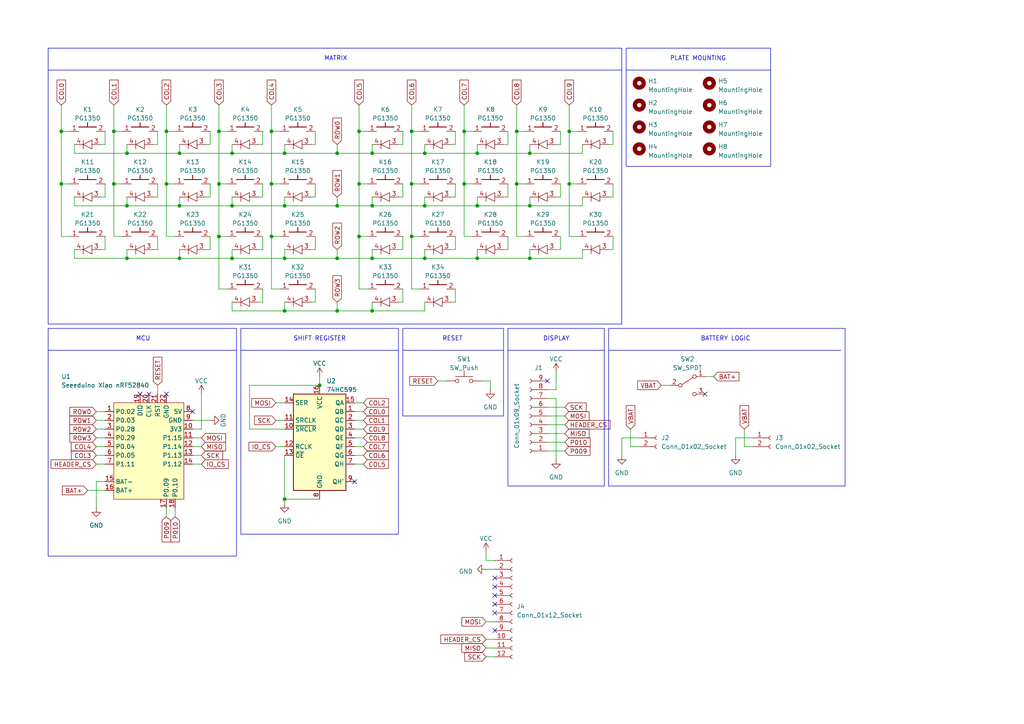
<source format=kicad_sch>
(kicad_sch (version 20230121) (generator eeschema)
  (paper "A4")
  (lib_symbols
    (symbol "74xx:74HC595"
      (property "Reference" "U" (at -7.62 13.97 0))
      (property "Value" "74HC595" (at -7.62 -16.51 0))
      (symbol "74HC595_1_0"
        (pin tri_state line (at 10.16 7.62 180) (length 2.54) (name "QB") (number "1"))
        (pin input line (at -10.16 2.54 0) (length 2.54) (name "~{SRCLR}") (number "10"))
        (pin input line (at -10.16 5.08 0) (length 2.54) (name "SRCLK") (number "11"))
        (pin input line (at -10.16 -2.54 0) (length 2.54) (name "RCLK") (number "12"))
        (pin input line (at -10.16 -5.08 0) (length 2.54) (name "~{OE}") (number "13"))
        (pin input line (at -10.16 10.16 0) (length 2.54) (name "SER") (number "14"))
        (pin tri_state line (at 10.16 10.16 180) (length 2.54) (name "QA") (number "15"))
        (pin power_in line (at 0 15.24 270) (length 2.54) (name "VCC") (number "16"))
        (pin tri_state line (at 10.16 5.08 180) (length 2.54) (name "QC") (number "2"))
        (pin tri_state line (at 10.16 2.54 180) (length 2.54) (name "QD") (number "3"))
        (pin tri_state line (at 10.16 0 180) (length 2.54) (name "QE") (number "4"))
        (pin tri_state line (at 10.16 -2.54 180) (length 2.54) (name "QF") (number "5"))
        (pin tri_state line (at 10.16 -5.08 180) (length 2.54) (name "QG") (number "6"))
        (pin tri_state line (at 10.16 -7.62 180) (length 2.54) (name "QH") (number "7"))
        (pin power_in line (at 0 -17.78 90) (length 2.54) (name "GND") (number "8"))
        (pin output line (at 10.16 -12.7 180) (length 2.54) (name "QH'") (number "9"))
      )
      (symbol "74HC595_1_1"
        (rectangle (start -7.62 12.7) (end 7.62 -15.24) (stroke (width 0.254)) (fill (type background)))
      )
    )
    (symbol "Connector:Conn_01x02_Socket" (pin_names (offset 1.016) hide)
      (property "Reference" "J" (at 0 2.54 0))
      (property "Value" "Conn_01x02_Socket" (at 0 -5.08 0))
      (symbol "Conn_01x02_Socket_1_1"
        (arc (start 0 -2.032) (mid -0.5058 -2.54) (end 0 -3.048) (stroke (width 0.1524)))
        (polyline (pts (xy -1.27 -2.54) (xy -0.508 -2.54)) (stroke (width 0.1524)))
        (polyline (pts (xy -1.27 0) (xy -0.508 0)) (stroke (width 0.1524)))
        (arc (start 0 0.508) (mid -0.5058 0) (end 0 -0.508) (stroke (width 0.1524)))
        (pin passive line (at -5.08 0 0) (length 3.81) (name "Pin_1") (number "1"))
        (pin passive line (at -5.08 -2.54 0) (length 3.81) (name "Pin_2") (number "2"))
      )
    )
    (symbol "Connector:Conn_01x09_Socket" (pin_names (offset 1.016) hide)
      (property "Reference" "J" (at 0 12.7 0))
      (property "Value" "Conn_01x09_Socket" (at 0 -12.7 0))
      (symbol "Conn_01x09_Socket_1_1"
        (arc (start 0 -9.652) (mid -0.5058 -10.16) (end 0 -10.668) (stroke (width 0.1524)))
        (arc (start 0 -7.112) (mid -0.5058 -7.62) (end 0 -8.128) (stroke (width 0.1524)))
        (arc (start 0 -4.572) (mid -0.5058 -5.08) (end 0 -5.588) (stroke (width 0.1524)))
        (arc (start 0 -2.032) (mid -0.5058 -2.54) (end 0 -3.048) (stroke (width 0.1524)))
        (polyline (pts (xy -1.27 -10.16) (xy -0.508 -10.16)) (stroke (width 0.1524)))
        (polyline (pts (xy -1.27 -7.62) (xy -0.508 -7.62)) (stroke (width 0.1524)))
        (polyline (pts (xy -1.27 -5.08) (xy -0.508 -5.08)) (stroke (width 0.1524)))
        (polyline (pts (xy -1.27 -2.54) (xy -0.508 -2.54)) (stroke (width 0.1524)))
        (polyline (pts (xy -1.27 0) (xy -0.508 0)) (stroke (width 0.1524)))
        (polyline (pts (xy -1.27 2.54) (xy -0.508 2.54)) (stroke (width 0.1524)))
        (polyline (pts (xy -1.27 5.08) (xy -0.508 5.08)) (stroke (width 0.1524)))
        (polyline (pts (xy -1.27 7.62) (xy -0.508 7.62)) (stroke (width 0.1524)))
        (polyline (pts (xy -1.27 10.16) (xy -0.508 10.16)) (stroke (width 0.1524)))
        (arc (start 0 0.508) (mid -0.5058 0) (end 0 -0.508) (stroke (width 0.1524)))
        (arc (start 0 3.048) (mid -0.5058 2.54) (end 0 2.032) (stroke (width 0.1524)))
        (arc (start 0 5.588) (mid -0.5058 5.08) (end 0 4.572) (stroke (width 0.1524)))
        (arc (start 0 8.128) (mid -0.5058 7.62) (end 0 7.112) (stroke (width 0.1524)))
        (arc (start 0 10.668) (mid -0.5058 10.16) (end 0 9.652) (stroke (width 0.1524)))
        (pin passive line (at -5.08 10.16 0) (length 3.81) (name "Pin_1") (number "1"))
        (pin passive line (at -5.08 7.62 0) (length 3.81) (name "Pin_2") (number "2"))
        (pin passive line (at -5.08 5.08 0) (length 3.81) (name "Pin_3") (number "3"))
        (pin passive line (at -5.08 2.54 0) (length 3.81) (name "Pin_4") (number "4"))
        (pin passive line (at -5.08 0 0) (length 3.81) (name "Pin_5") (number "5"))
        (pin passive line (at -5.08 -2.54 0) (length 3.81) (name "Pin_6") (number "6"))
        (pin passive line (at -5.08 -5.08 0) (length 3.81) (name "Pin_7") (number "7"))
        (pin passive line (at -5.08 -7.62 0) (length 3.81) (name "Pin_8") (number "8"))
        (pin passive line (at -5.08 -10.16 0) (length 3.81) (name "Pin_9") (number "9"))
      )
    )
    (symbol "Connector:Conn_01x12_Socket" (pin_names (offset 1.016) hide)
      (property "Reference" "J" (at 0 15.24 0))
      (property "Value" "Conn_01x12_Socket" (at 0 -17.78 0))
      (symbol "Conn_01x12_Socket_1_1"
        (arc (start 0 -14.732) (mid -0.5058 -15.24) (end 0 -15.748) (stroke (width 0.1524)))
        (arc (start 0 -12.192) (mid -0.5058 -12.7) (end 0 -13.208) (stroke (width 0.1524)))
        (arc (start 0 -9.652) (mid -0.5058 -10.16) (end 0 -10.668) (stroke (width 0.1524)))
        (arc (start 0 -7.112) (mid -0.5058 -7.62) (end 0 -8.128) (stroke (width 0.1524)))
        (arc (start 0 -4.572) (mid -0.5058 -5.08) (end 0 -5.588) (stroke (width 0.1524)))
        (arc (start 0 -2.032) (mid -0.5058 -2.54) (end 0 -3.048) (stroke (width 0.1524)))
        (polyline (pts (xy -1.27 -15.24) (xy -0.508 -15.24)) (stroke (width 0.1524)))
        (polyline (pts (xy -1.27 -12.7) (xy -0.508 -12.7)) (stroke (width 0.1524)))
        (polyline (pts (xy -1.27 -10.16) (xy -0.508 -10.16)) (stroke (width 0.1524)))
        (polyline (pts (xy -1.27 -7.62) (xy -0.508 -7.62)) (stroke (width 0.1524)))
        (polyline (pts (xy -1.27 -5.08) (xy -0.508 -5.08)) (stroke (width 0.1524)))
        (polyline (pts (xy -1.27 -2.54) (xy -0.508 -2.54)) (stroke (width 0.1524)))
        (polyline (pts (xy -1.27 0) (xy -0.508 0)) (stroke (width 0.1524)))
        (polyline (pts (xy -1.27 2.54) (xy -0.508 2.54)) (stroke (width 0.1524)))
        (polyline (pts (xy -1.27 5.08) (xy -0.508 5.08)) (stroke (width 0.1524)))
        (polyline (pts (xy -1.27 7.62) (xy -0.508 7.62)) (stroke (width 0.1524)))
        (polyline (pts (xy -1.27 10.16) (xy -0.508 10.16)) (stroke (width 0.1524)))
        (polyline (pts (xy -1.27 12.7) (xy -0.508 12.7)) (stroke (width 0.1524)))
        (arc (start 0 0.508) (mid -0.5058 0) (end 0 -0.508) (stroke (width 0.1524)))
        (arc (start 0 3.048) (mid -0.5058 2.54) (end 0 2.032) (stroke (width 0.1524)))
        (arc (start 0 5.588) (mid -0.5058 5.08) (end 0 4.572) (stroke (width 0.1524)))
        (arc (start 0 8.128) (mid -0.5058 7.62) (end 0 7.112) (stroke (width 0.1524)))
        (arc (start 0 10.668) (mid -0.5058 10.16) (end 0 9.652) (stroke (width 0.1524)))
        (arc (start 0 13.208) (mid -0.5058 12.7) (end 0 12.192) (stroke (width 0.1524)))
        (pin passive line (at -5.08 12.7 0) (length 3.81) (name "Pin_1") (number "1"))
        (pin passive line (at -5.08 -10.16 0) (length 3.81) (name "Pin_10") (number "10"))
        (pin passive line (at -5.08 -12.7 0) (length 3.81) (name "Pin_11") (number "11"))
        (pin passive line (at -5.08 -15.24 0) (length 3.81) (name "Pin_12") (number "12"))
        (pin passive line (at -5.08 10.16 0) (length 3.81) (name "Pin_2") (number "2"))
        (pin passive line (at -5.08 7.62 0) (length 3.81) (name "Pin_3") (number "3"))
        (pin passive line (at -5.08 5.08 0) (length 3.81) (name "Pin_4") (number "4"))
        (pin passive line (at -5.08 2.54 0) (length 3.81) (name "Pin_5") (number "5"))
        (pin passive line (at -5.08 0 0) (length 3.81) (name "Pin_6") (number "6"))
        (pin passive line (at -5.08 -2.54 0) (length 3.81) (name "Pin_7") (number "7"))
        (pin passive line (at -5.08 -5.08 0) (length 3.81) (name "Pin_8") (number "8"))
        (pin passive line (at -5.08 -7.62 0) (length 3.81) (name "Pin_9") (number "9"))
      )
    )
    (symbol "Mechanical:MountingHole" (pin_names (offset 1.016))
      (property "Reference" "H" (at 0 5.08 0))
      (property "Value" "MountingHole" (at 0 3.175 0))
      (symbol "MountingHole_0_1"
        (circle (center 0 0) (radius 1.27) (stroke (width 1.27)))
      )
    )
    (symbol "Switch:SW_Push" (pin_numbers hide) (pin_names (offset 1.016) hide)
      (property "Reference" "SW" (at 1.27 2.54 0))
      (property "Value" "SW_Push" (at 0 -1.524 0))
      (symbol "SW_Push_0_1"
        (circle (center -2.032 0) (radius 0.508))
        (polyline (pts (xy 0 1.27) (xy 0 3.048)))
        (polyline (pts (xy 2.54 1.27) (xy -2.54 1.27)))
        (circle (center 2.032 0) (radius 0.508))
        (pin passive line (at -5.08 0 0) (length 2.54) (name "1") (number "1"))
        (pin passive line (at 5.08 0 180) (length 2.54) (name "2") (number "2"))
      )
    )
    (symbol "Switch:SW_SPDT" (pin_names (offset 0) hide)
      (property "Reference" "SW" (at 0 4.318 0))
      (property "Value" "SW_SPDT" (at 0 -5.08 0))
      (symbol "SW_SPDT_0_0"
        (circle (center -2.032 0) (radius 0.508))
        (circle (center 2.032 -2.54) (radius 0.508))
      )
      (symbol "SW_SPDT_0_1"
        (polyline (pts (xy -1.524 0.254) (xy 1.651 2.286)))
        (circle (center 2.032 2.54) (radius 0.508))
      )
      (symbol "SW_SPDT_1_1"
        (pin passive line (at 5.08 2.54 180) (length 2.54) (name "A") (number "1"))
        (pin passive line (at -5.08 0 0) (length 2.54) (name "B") (number "2"))
        (pin passive line (at 5.08 -2.54 180) (length 2.54) (name "C") (number "3"))
      )
    )
    (symbol "koepckeae:PG1350" (pin_names (offset 1.016))
      (property "Reference" "K24" (at 0 1.7018 0))
      (property "Value" "PG1350" (at 0 -0.6096 0))
      (symbol "PG1350_0_1"
        (polyline (pts (xy -2.54 -3.81) (xy 2.54 -3.81)) (stroke (width 0.254)))
        (polyline (pts (xy -1.27 -7.62) (xy -1.27 -10.16)))
        (polyline (pts (xy 0 -2.54) (xy 0 -3.81)) (stroke (width 0.254)))
        (polyline (pts (xy 1.27 -7.62) (xy 1.27 -10.16) (xy -1.27 -8.89) (xy 1.27 -7.62)))
      )
      (symbol "PG1350_1_1"
        (pin bidirectional line (at -5.08 -5.08 0) (length 2.54) (name "~") (number "1"))
        (pin bidirectional line (at 5.08 -5.08 180) (length 2.54) (name "~") (number "2"))
        (pin output line (at 3.81 -8.89 180) (length 2.54) (name "~") (number "3"))
        (pin input line (at -3.81 -8.89 0) (length 2.54) (name "~") (number "4"))
      )
    )
    (symbol "koepckeae:Seeeduino_Xiao_nRF52840" (in_bom no)
      (property "Reference" "U" (at -10.16 -12.7 0))
      (property "Value" "Seeeduino Xiao nRF52840" (at -10.16 -15.24 0))
      (symbol "Seeeduino_Xiao_nRF52840_1_0"
        (pin bidirectional line (at -12.7 13.97 0) (length 2.54) (name "P0.02") (number "1"))
        (pin power_out line (at 12.7 8.89 180) (length 2.54) (name "3V3") (number "10"))
        (pin bidirectional line (at 12.7 6.35 180) (length 2.54) (name "P1.15") (number "11"))
        (pin bidirectional line (at 12.7 3.81 180) (length 2.54) (name "P1.14") (number "12"))
        (pin bidirectional line (at 12.7 1.27 180) (length 2.54) (name "P1.13") (number "13"))
        (pin bidirectional line (at 12.7 -1.27 180) (length 2.54) (name "P1.12") (number "14"))
        (pin power_in line (at -12.7 -6.35 0) (length 2.54) (name "BAT-") (number "15"))
        (pin power_in line (at -12.7 -8.89 0) (length 2.54) (name "BAT+") (number "16"))
        (pin bidirectional line (at 5.08 -13.97 90) (length 2.54) (name "P0.09") (number "17"))
        (pin bidirectional line (at 7.62 -13.97 90) (length 2.54) (name "P0.10") (number "18"))
        (pin bidirectional line (at -2.54 19.05 270) (length 2.54) (name "DIO") (number "19"))
        (pin bidirectional line (at -12.7 11.43 0) (length 2.54) (name "P0.03") (number "2"))
        (pin bidirectional line (at 0 19.05 270) (length 2.54) (name "CLK") (number "20"))
        (pin bidirectional line (at 2.54 19.05 270) (length 2.54) (name "RST") (number "21"))
        (pin power_out line (at 5.08 19.05 270) (length 2.54) (name "GND") (number "22"))
        (pin bidirectional line (at -12.7 8.89 0) (length 2.54) (name "P0.28") (number "3"))
        (pin bidirectional line (at -12.7 6.35 0) (length 2.54) (name "P0.29") (number "4"))
        (pin bidirectional line (at -12.7 3.81 0) (length 2.54) (name "P0.04") (number "5"))
        (pin bidirectional line (at -12.7 1.27 0) (length 2.54) (name "P0.05") (number "6"))
        (pin bidirectional line (at -12.7 -1.27 0) (length 2.54) (name "P1.11") (number "7"))
        (pin power_out line (at 12.7 13.97 180) (length 2.54) (name "5V") (number "8"))
        (pin power_out line (at 12.7 11.43 180) (length 2.54) (name "GND") (number "9"))
      )
      (symbol "Seeeduino_Xiao_nRF52840_1_1"
        (rectangle (start -10.16 16.51) (end 10.16 -11.43) (fill (type background)))
      )
    )
    (symbol "power:GND" (power) (pin_names (offset 0))
      (property "Value" "GND" (at 0 -3.81 0))
      (symbol "GND_0_1"
        (polyline (pts (xy 0 0) (xy 0 -1.27) (xy 1.27 -1.27) (xy 0 -2.54) (xy -1.27 -1.27) (xy 0 -1.27)))
      )
      (symbol "GND_1_1"
        (pin power_in line (at 0 0 270) (length 0) hide (name "GND") (number "1"))
      )
    )
    (symbol "power:VCC" (power) (pin_names (offset 0))
      (property "Value" "VCC" (at 0 3.81 0))
      (symbol "VCC_0_1"
        (polyline (pts (xy -0.762 1.27) (xy 0 2.54)))
        (polyline (pts (xy 0 0) (xy 0 2.54)))
        (polyline (pts (xy 0 2.54) (xy 0.762 1.27)))
      )
      (symbol "VCC_1_1"
        (pin power_in line (at 0 0 90) (length 0) hide (name "VCC") (number "1"))
      )
    )
  )
  (junction (at 104.14 38.1))
  (junction (at 33.02 38.1))
  (junction (at 67.31 74.93))
  (junction (at 107.95 59.69))
  (junction (at 52.07 44.45))
  (junction (at 78.74 53.34))
  (junction (at 82.55 144.78))
  (junction (at 119.38 68.58))
  (junction (at 78.74 68.58))
  (junction (at 52.07 59.69))
  (junction (at 104.14 68.58))
  (junction (at 119.38 53.34))
  (junction (at 123.19 59.69))
  (junction (at 165.1 38.1))
  (junction (at 52.07 74.93))
  (junction (at 153.67 44.45))
  (junction (at 67.31 44.45))
  (junction (at 67.31 59.69))
  (junction (at 33.02 53.34))
  (junction (at 153.67 74.93))
  (junction (at 82.55 59.69))
  (junction (at 36.83 44.45))
  (junction (at 36.83 74.93))
  (junction (at 123.19 44.45))
  (junction (at 97.79 59.69))
  (junction (at 78.74 38.1))
  (junction (at 97.79 44.45))
  (junction (at 107.95 74.93))
  (junction (at 165.1 53.34))
  (junction (at 149.86 38.1))
  (junction (at 63.5 38.1))
  (junction (at 82.55 90.17))
  (junction (at 123.19 74.93))
  (junction (at 97.79 74.93))
  (junction (at 92.71 111.76))
  (junction (at 104.14 53.34))
  (junction (at 119.38 38.1))
  (junction (at 82.55 44.45))
  (junction (at 107.95 90.17))
  (junction (at 48.26 38.1))
  (junction (at 138.43 59.69))
  (junction (at 107.95 44.45))
  (junction (at 63.5 53.34))
  (junction (at 134.62 53.34))
  (junction (at 63.5 68.58))
  (junction (at 134.62 38.1))
  (junction (at 17.78 38.1))
  (junction (at 48.26 53.34))
  (junction (at 149.86 53.34))
  (junction (at 17.78 53.34))
  (junction (at 82.55 74.93))
  (junction (at 138.43 74.93))
  (junction (at 153.67 59.69))
  (junction (at 36.83 59.69))
  (junction (at 97.79 90.17))
  (junction (at 138.43 44.45))
  (no_connect (at 55.88 119.38))
  (no_connect (at 43.18 114.3))
  (no_connect (at 143.51 177.8))
  (no_connect (at 102.87 139.7))
  (no_connect (at 143.51 182.88))
  (no_connect (at 158.75 110.49))
  (no_connect (at 204.47 114.3))
  (no_connect (at 40.64 114.3))
  (no_connect (at 143.51 167.64))
  (no_connect (at 48.26 114.3))
  (no_connect (at 143.51 175.26))
  (no_connect (at 143.51 172.72))
  (no_connect (at 143.51 170.18))
  (wire (pts (xy 147.32 38.1) (xy 147.32 41.91)))
  (wire (pts (xy 82.55 57.15) (xy 82.55 59.69)))
  (wire (pts (xy 91.44 41.91) (xy 90.17 41.91)))
  (wire (pts (xy 165.1 38.1) (xy 167.64 38.1)))
  (wire (pts (xy 105.41 129.54) (xy 102.87 129.54)))
  (wire (pts (xy 140.97 190.5) (xy 143.51 190.5)))
  (wire (pts (xy 107.95 87.63) (xy 107.95 90.17)))
  (wire (pts (xy 21.59 59.69) (xy 36.83 59.69)))
  (wire (pts (xy 17.78 38.1) (xy 20.32 38.1)))
  (wire (pts (xy 35.56 38.1) (xy 33.02 38.1)))
  (wire (pts (xy 147.32 41.91) (xy 146.05 41.91)))
  (wire (pts (xy 82.55 90.17) (xy 82.55 87.63)))
  (wire (pts (xy 80.01 129.54) (xy 82.55 129.54)))
  (wire (pts (xy 180.34 127) (xy 180.34 132.08)))
  (wire (pts (xy 67.31 44.45) (xy 82.55 44.45)))
  (wire (pts (xy 147.32 68.58) (xy 147.32 72.39)))
  (wire (pts (xy 132.08 83.82) (xy 132.08 87.63)))
  (wire (pts (xy 104.14 53.34) (xy 104.14 68.58)))
  (wire (pts (xy 30.48 72.39) (xy 29.21 72.39)))
  (wire (pts (xy 78.74 38.1) (xy 78.74 53.34)))
  (wire (pts (xy 63.5 83.82) (xy 66.04 83.82)))
  (wire (pts (xy 21.59 57.15) (xy 21.59 59.69)))
  (wire (pts (xy 45.72 41.91) (xy 44.45 41.91)))
  (wire (pts (xy 17.78 68.58) (xy 20.32 68.58)))
  (wire (pts (xy 17.78 30.48) (xy 17.78 38.1)))
  (wire (pts (xy 63.5 68.58) (xy 66.04 68.58)))
  (wire (pts (xy 158.75 115.57) (xy 161.29 115.57)))
  (wire (pts (xy 140.97 187.96) (xy 143.51 187.96)))
  (wire (pts (xy 82.55 72.39) (xy 82.55 74.93)))
  (wire (pts (xy 132.08 41.91) (xy 130.81 41.91)))
  (wire (pts (xy 76.2 57.15) (xy 74.93 57.15)))
  (wire (pts (xy 60.96 38.1) (xy 60.96 41.91)))
  (wire (pts (xy 123.19 74.93) (xy 138.43 74.93)))
  (wire (pts (xy 27.94 134.62) (xy 30.48 134.62)))
  (wire (pts (xy 78.74 68.58) (xy 81.28 68.58)))
  (wire (pts (xy 67.31 72.39) (xy 67.31 74.93)))
  (wire (pts (xy 153.67 59.69) (xy 168.91 59.69)))
  (wire (pts (xy 82.55 41.91) (xy 82.55 44.45)))
  (wire (pts (xy 63.5 38.1) (xy 66.04 38.1)))
  (wire (pts (xy 82.55 59.69) (xy 97.79 59.69)))
  (wire (pts (xy 165.1 38.1) (xy 165.1 53.34)))
  (wire (pts (xy 58.42 134.62) (xy 55.88 134.62)))
  (wire (pts (xy 30.48 41.91) (xy 29.21 41.91)))
  (wire (pts (xy 78.74 68.58) (xy 78.74 83.82)))
  (wire (pts (xy 158.75 120.65) (xy 163.83 120.65)))
  (wire (pts (xy 33.02 30.48) (xy 33.02 38.1)))
  (wire (pts (xy 58.42 114.3) (xy 58.42 124.46)))
  (wire (pts (xy 30.48 139.7) (xy 27.94 139.7)))
  (wire (pts (xy 27.94 121.92) (xy 30.48 121.92)))
  (wire (pts (xy 72.39 111.76) (xy 92.71 111.76)))
  (wire (pts (xy 91.44 53.34) (xy 91.44 57.15)))
  (wire (pts (xy 45.72 68.58) (xy 45.72 72.39)))
  (wire (pts (xy 149.86 38.1) (xy 152.4 38.1)))
  (wire (pts (xy 158.75 125.73) (xy 163.83 125.73)))
  (wire (pts (xy 177.8 72.39) (xy 176.53 72.39)))
  (wire (pts (xy 52.07 57.15) (xy 52.07 59.69)))
  (wire (pts (xy 140.97 160.02) (xy 140.97 162.56)))
  (wire (pts (xy 48.26 68.58) (xy 50.8 68.58)))
  (wire (pts (xy 67.31 87.63) (xy 67.31 90.17)))
  (wire (pts (xy 27.94 139.7) (xy 27.94 147.32)))
  (wire (pts (xy 104.14 68.58) (xy 104.14 83.82)))
  (wire (pts (xy 78.74 53.34) (xy 78.74 68.58)))
  (wire (pts (xy 82.55 74.93) (xy 97.79 74.93)))
  (wire (pts (xy 45.72 111.76) (xy 45.72 114.3)))
  (wire (pts (xy 147.32 53.34) (xy 147.32 57.15)))
  (wire (pts (xy 67.31 57.15) (xy 67.31 59.69)))
  (wire (pts (xy 165.1 68.58) (xy 167.64 68.58)))
  (wire (pts (xy 138.43 74.93) (xy 153.67 74.93)))
  (wire (pts (xy 52.07 59.69) (xy 67.31 59.69)))
  (wire (pts (xy 134.62 53.34) (xy 137.16 53.34)))
  (wire (pts (xy 105.41 127) (xy 102.87 127)))
  (wire (pts (xy 149.86 30.48) (xy 149.86 38.1)))
  (wire (pts (xy 158.75 113.03) (xy 161.29 113.03)))
  (wire (pts (xy 161.29 107.95) (xy 161.29 113.03)))
  (wire (pts (xy 27.94 132.08) (xy 30.48 132.08)))
  (wire (pts (xy 91.44 87.63) (xy 90.17 87.63)))
  (wire (pts (xy 82.55 146.05) (xy 82.55 144.78)))
  (wire (pts (xy 153.67 72.39) (xy 153.67 74.93)))
  (wire (pts (xy 116.84 83.82) (xy 116.84 87.63)))
  (wire (pts (xy 52.07 72.39) (xy 52.07 74.93)))
  (wire (pts (xy 104.14 53.34) (xy 106.68 53.34)))
  (wire (pts (xy 25.4 142.24) (xy 30.48 142.24)))
  (wire (pts (xy 149.86 38.1) (xy 149.86 53.34)))
  (wire (pts (xy 45.72 38.1) (xy 45.72 41.91)))
  (wire (pts (xy 67.31 74.93) (xy 82.55 74.93)))
  (wire (pts (xy 97.79 72.39) (xy 97.79 74.93)))
  (wire (pts (xy 45.72 53.34) (xy 45.72 57.15)))
  (wire (pts (xy 52.07 41.91) (xy 52.07 44.45)))
  (wire (pts (xy 185.42 129.54) (xy 182.88 129.54)))
  (wire (pts (xy 213.36 127) (xy 213.36 132.08)))
  (wire (pts (xy 191.77 111.76) (xy 194.31 111.76)))
  (wire (pts (xy 153.67 74.93) (xy 168.91 74.93)))
  (wire (pts (xy 30.48 57.15) (xy 29.21 57.15)))
  (wire (pts (xy 153.67 44.45) (xy 168.91 44.45)))
  (wire (pts (xy 76.2 87.63) (xy 74.93 87.63)))
  (wire (pts (xy 21.59 44.45) (xy 36.83 44.45)))
  (wire (pts (xy 82.55 44.45) (xy 97.79 44.45)))
  (wire (pts (xy 158.75 118.11) (xy 163.83 118.11)))
  (wire (pts (xy 27.94 119.38) (xy 30.48 119.38)))
  (wire (pts (xy 78.74 38.1) (xy 81.28 38.1)))
  (wire (pts (xy 104.14 30.48) (xy 104.14 38.1)))
  (wire (pts (xy 91.44 38.1) (xy 91.44 41.91)))
  (wire (pts (xy 177.8 53.34) (xy 177.8 57.15)))
  (wire (pts (xy 104.14 38.1) (xy 106.68 38.1)))
  (wire (pts (xy 63.5 53.34) (xy 63.5 68.58)))
  (wire (pts (xy 21.59 74.93) (xy 36.83 74.93)))
  (wire (pts (xy 204.47 109.22) (xy 207.01 109.22)))
  (wire (pts (xy 105.41 121.92) (xy 102.87 121.92)))
  (wire (pts (xy 105.41 134.62) (xy 102.87 134.62)))
  (wire (pts (xy 218.44 129.54) (xy 215.9 129.54)))
  (wire (pts (xy 116.84 57.15) (xy 115.57 57.15)))
  (wire (pts (xy 55.88 129.54) (xy 58.42 129.54)))
  (wire (pts (xy 168.91 57.15) (xy 168.91 59.69)))
  (wire (pts (xy 119.38 53.34) (xy 119.38 68.58)))
  (wire (pts (xy 132.08 87.63) (xy 130.81 87.63)))
  (wire (pts (xy 48.26 53.34) (xy 50.8 53.34)))
  (wire (pts (xy 107.95 90.17) (xy 123.19 90.17)))
  (wire (pts (xy 48.26 38.1) (xy 50.8 38.1)))
  (wire (pts (xy 81.28 83.82) (xy 78.74 83.82)))
  (wire (pts (xy 82.55 124.46) (xy 72.39 124.46)))
  (wire (pts (xy 107.95 72.39) (xy 107.95 74.93)))
  (wire (pts (xy 63.5 30.48) (xy 63.5 38.1)))
  (wire (pts (xy 116.84 41.91) (xy 115.57 41.91)))
  (wire (pts (xy 50.8 149.86) (xy 50.8 147.32)))
  (wire (pts (xy 36.83 59.69) (xy 52.07 59.69)))
  (wire (pts (xy 142.24 110.49) (xy 142.24 113.03)))
  (wire (pts (xy 78.74 53.34) (xy 81.28 53.34)))
  (wire (pts (xy 158.75 128.27) (xy 163.83 128.27)))
  (wire (pts (xy 97.79 57.15) (xy 97.79 59.69)))
  (wire (pts (xy 107.95 74.93) (xy 123.19 74.93)))
  (wire (pts (xy 185.42 127) (xy 180.34 127)))
  (wire (pts (xy 134.62 53.34) (xy 134.62 68.58)))
  (wire (pts (xy 76.2 83.82) (xy 76.2 87.63)))
  (wire (pts (xy 60.96 57.15) (xy 59.69 57.15)))
  (wire (pts (xy 67.31 59.69) (xy 82.55 59.69)))
  (wire (pts (xy 107.95 74.93) (xy 97.79 74.93)))
  (wire (pts (xy 63.5 53.34) (xy 66.04 53.34)))
  (wire (pts (xy 123.19 44.45) (xy 138.43 44.45)))
  (wire (pts (xy 35.56 68.58) (xy 33.02 68.58)))
  (wire (pts (xy 36.83 74.93) (xy 36.83 72.39)))
  (wire (pts (xy 60.96 72.39) (xy 59.69 72.39)))
  (wire (pts (xy 80.01 121.92) (xy 82.55 121.92)))
  (wire (pts (xy 48.26 30.48) (xy 48.26 38.1)))
  (wire (pts (xy 119.38 30.48) (xy 119.38 38.1)))
  (wire (pts (xy 134.62 38.1) (xy 137.16 38.1)))
  (wire (pts (xy 107.95 41.91) (xy 107.95 44.45)))
  (wire (pts (xy 177.8 68.58) (xy 177.8 72.39)))
  (wire (pts (xy 132.08 72.39) (xy 130.81 72.39)))
  (wire (pts (xy 21.59 41.91) (xy 21.59 44.45)))
  (wire (pts (xy 30.48 53.34) (xy 30.48 57.15)))
  (wire (pts (xy 105.41 132.08) (xy 102.87 132.08)))
  (wire (pts (xy 218.44 127) (xy 213.36 127)))
  (wire (pts (xy 116.84 68.58) (xy 116.84 72.39)))
  (wire (pts (xy 134.62 38.1) (xy 134.62 53.34)))
  (wire (pts (xy 138.43 72.39) (xy 138.43 74.93)))
  (wire (pts (xy 119.38 53.34) (xy 121.92 53.34)))
  (wire (pts (xy 55.88 121.92) (xy 60.96 121.92)))
  (wire (pts (xy 168.91 41.91) (xy 168.91 44.45)))
  (wire (pts (xy 127 110.49) (xy 129.54 110.49)))
  (wire (pts (xy 123.19 87.63) (xy 123.19 90.17)))
  (wire (pts (xy 177.8 57.15) (xy 176.53 57.15)))
  (wire (pts (xy 82.55 144.78) (xy 92.71 144.78)))
  (wire (pts (xy 119.38 68.58) (xy 119.38 83.82)))
  (wire (pts (xy 82.55 132.08) (xy 82.55 144.78)))
  (wire (pts (xy 123.19 41.91) (xy 123.19 44.45)))
  (wire (pts (xy 138.43 44.45) (xy 153.67 44.45)))
  (wire (pts (xy 158.75 123.19) (xy 163.83 123.19)))
  (wire (pts (xy 36.83 74.93) (xy 52.07 74.93)))
  (wire (pts (xy 35.56 53.34) (xy 33.02 53.34)))
  (wire (pts (xy 104.14 83.82) (xy 106.68 83.82)))
  (wire (pts (xy 143.51 162.56) (xy 140.97 162.56)))
  (wire (pts (xy 91.44 68.58) (xy 91.44 72.39)))
  (wire (pts (xy 149.86 68.58) (xy 152.4 68.58)))
  (wire (pts (xy 91.44 72.39) (xy 90.17 72.39)))
  (wire (pts (xy 162.56 72.39) (xy 161.29 72.39)))
  (wire (pts (xy 27.94 129.54) (xy 30.48 129.54)))
  (wire (pts (xy 182.88 124.46) (xy 182.88 129.54)))
  (wire (pts (xy 55.88 124.46) (xy 58.42 124.46)))
  (wire (pts (xy 107.95 59.69) (xy 123.19 59.69)))
  (wire (pts (xy 162.56 68.58) (xy 162.56 72.39)))
  (wire (pts (xy 177.8 41.91) (xy 176.53 41.91)))
  (wire (pts (xy 105.41 116.84) (xy 102.87 116.84)))
  (wire (pts (xy 134.62 30.48) (xy 134.62 38.1)))
  (wire (pts (xy 91.44 57.15) (xy 90.17 57.15)))
  (wire (pts (xy 60.96 68.58) (xy 60.96 72.39)))
  (wire (pts (xy 140.97 185.42) (xy 143.51 185.42)))
  (wire (pts (xy 97.79 90.17) (xy 107.95 90.17)))
  (wire (pts (xy 63.5 68.58) (xy 63.5 83.82)))
  (wire (pts (xy 78.74 30.48) (xy 78.74 38.1)))
  (wire (pts (xy 138.43 41.91) (xy 138.43 44.45)))
  (wire (pts (xy 162.56 38.1) (xy 162.56 41.91)))
  (wire (pts (xy 162.56 53.34) (xy 162.56 57.15)))
  (wire (pts (xy 27.94 127) (xy 30.48 127)))
  (wire (pts (xy 97.79 41.91) (xy 97.79 44.45)))
  (wire (pts (xy 149.86 53.34) (xy 152.4 53.34)))
  (wire (pts (xy 132.08 57.15) (xy 130.81 57.15)))
  (wire (pts (xy 104.14 68.58) (xy 106.68 68.58)))
  (wire (pts (xy 30.48 38.1) (xy 30.48 41.91)))
  (wire (pts (xy 30.48 68.58) (xy 30.48 72.39)))
  (wire (pts (xy 17.78 38.1) (xy 17.78 53.34)))
  (wire (pts (xy 33.02 38.1) (xy 33.02 53.34)))
  (wire (pts (xy 165.1 30.48) (xy 165.1 38.1)))
  (wire (pts (xy 140.97 180.34) (xy 143.51 180.34)))
  (wire (pts (xy 45.72 57.15) (xy 44.45 57.15)))
  (wire (pts (xy 165.1 53.34) (xy 165.1 68.58)))
  (wire (pts (xy 119.38 68.58) (xy 121.92 68.58)))
  (wire (pts (xy 97.79 87.63) (xy 97.79 90.17)))
  (wire (pts (xy 67.31 41.91) (xy 67.31 44.45)))
  (wire (pts (xy 105.41 119.38) (xy 102.87 119.38)))
  (wire (pts (xy 107.95 44.45) (xy 123.19 44.45)))
  (wire (pts (xy 119.38 38.1) (xy 119.38 53.34)))
  (wire (pts (xy 116.84 38.1) (xy 116.84 41.91)))
  (wire (pts (xy 116.84 72.39) (xy 115.57 72.39)))
  (wire (pts (xy 123.19 72.39) (xy 123.19 74.93)))
  (wire (pts (xy 55.88 127) (xy 58.42 127)))
  (wire (pts (xy 48.26 53.34) (xy 48.26 68.58)))
  (wire (pts (xy 107.95 57.15) (xy 107.95 59.69)))
  (wire (pts (xy 168.91 72.39) (xy 168.91 74.93)))
  (wire (pts (xy 36.83 59.69) (xy 36.83 57.15)))
  (wire (pts (xy 134.62 68.58) (xy 137.16 68.58)))
  (wire (pts (xy 80.01 116.84) (xy 82.55 116.84)))
  (wire (pts (xy 165.1 53.34) (xy 167.64 53.34)))
  (wire (pts (xy 158.75 130.81) (xy 163.83 130.81)))
  (wire (pts (xy 33.02 53.34) (xy 33.02 68.58)))
  (wire (pts (xy 132.08 53.34) (xy 132.08 57.15)))
  (wire (pts (xy 76.2 72.39) (xy 74.93 72.39)))
  (wire (pts (xy 67.31 90.17) (xy 82.55 90.17)))
  (wire (pts (xy 140.97 165.1) (xy 143.51 165.1)))
  (wire (pts (xy 76.2 38.1) (xy 76.2 41.91)))
  (wire (pts (xy 105.41 124.46) (xy 102.87 124.46)))
  (wire (pts (xy 76.2 68.58) (xy 76.2 72.39)))
  (wire (pts (xy 139.7 110.49) (xy 142.24 110.49)))
  (wire (pts (xy 17.78 53.34) (xy 20.32 53.34)))
  (wire (pts (xy 97.79 59.69) (xy 107.95 59.69)))
  (wire (pts (xy 21.59 72.39) (xy 21.59 74.93)))
  (wire (pts (xy 27.94 124.46) (xy 30.48 124.46)))
  (wire (pts (xy 149.86 53.34) (xy 149.86 68.58)))
  (wire (pts (xy 153.67 57.15) (xy 153.67 59.69)))
  (wire (pts (xy 215.9 124.46) (xy 215.9 129.54)))
  (wire (pts (xy 138.43 57.15) (xy 138.43 59.69)))
  (wire (pts (xy 116.84 53.34) (xy 116.84 57.15)))
  (wire (pts (xy 36.83 44.45) (xy 52.07 44.45)))
  (wire (pts (xy 72.39 124.46) (xy 72.39 111.76)))
  (wire (pts (xy 36.83 44.45) (xy 36.83 41.91)))
  (wire (pts (xy 123.19 59.69) (xy 138.43 59.69)))
  (wire (pts (xy 119.38 38.1) (xy 121.92 38.1)))
  (wire (pts (xy 97.79 44.45) (xy 107.95 44.45)))
  (wire (pts (xy 76.2 41.91) (xy 74.93 41.91)))
  (wire (pts (xy 60.96 53.34) (xy 60.96 57.15)))
  (wire (pts (xy 82.55 90.17) (xy 97.79 90.17)))
  (wire (pts (xy 132.08 68.58) (xy 132.08 72.39)))
  (wire (pts (xy 138.43 59.69) (xy 153.67 59.69)))
  (wire (pts (xy 55.88 132.08) (xy 58.42 132.08)))
  (wire (pts (xy 45.72 72.39) (xy 44.45 72.39)))
  (wire (pts (xy 91.44 83.82) (xy 91.44 87.63)))
  (wire (pts (xy 116.84 87.63) (xy 115.57 87.63)))
  (wire (pts (xy 52.07 74.93) (xy 67.31 74.93)))
  (wire (pts (xy 60.96 41.91) (xy 59.69 41.91)))
  (wire (pts (xy 162.56 41.91) (xy 161.29 41.91)))
  (wire (pts (xy 161.29 115.57) (xy 161.29 133.35)))
  (wire (pts (xy 76.2 53.34) (xy 76.2 57.15)))
  (wire (pts (xy 63.5 38.1) (xy 63.5 53.34)))
  (wire (pts (xy 162.56 57.15) (xy 161.29 57.15)))
  (wire (pts (xy 119.38 83.82) (xy 121.92 83.82)))
  (wire (pts (xy 132.08 38.1) (xy 132.08 41.91)))
  (wire (pts (xy 17.78 53.34) (xy 17.78 68.58)))
  (wire (pts (xy 153.67 41.91) (xy 153.67 44.45)))
  (wire (pts (xy 147.32 72.39) (xy 146.05 72.39)))
  (wire (pts (xy 48.26 38.1) (xy 48.26 53.34)))
  (wire (pts (xy 147.32 57.15) (xy 146.05 57.15)))
  (wire (pts (xy 123.19 57.15) (xy 123.19 59.69)))
  (wire (pts (xy 92.71 109.22) (xy 92.71 111.76)))
  (wire (pts (xy 104.14 38.1) (xy 104.14 53.34)))
  (wire (pts (xy 48.26 149.86) (xy 48.26 147.32)))
  (wire (pts (xy 177.8 38.1) (xy 177.8 41.91)))
  (wire (pts (xy 52.07 44.45) (xy 67.31 44.45)))
  (rectangle (start 116.84 101.6) (end 146.05 101.6))
  (rectangle (start 13.97 13.97) (end 180.34 93.98))
  (rectangle (start 181.61 13.97) (end 223.52 48.26))
  (rectangle (start 147.32 101.6) (end 175.26 101.6))
  (rectangle (start 69.85 101.6) (end 115.57 101.6))
  (rectangle (start 13.97 95.25) (end 68.58 161.29))
  (rectangle (start 147.32 95.25) (end 175.26 140.97))
  (rectangle (start 176.53 95.25) (end 245.11 140.97))
  (rectangle (start 69.85 95.25) (end 115.57 154.94))
  (rectangle (start 176.53 101.6) (end 243.84 101.6))
  (rectangle (start 116.84 95.25) (end 146.05 120.65))
  (rectangle (start 13.97 101.6) (end 68.58 101.6))
  (rectangle (start 13.97 20.32) (end 180.34 20.32))
  (rectangle (start 181.61 20.32) (end 223.52 20.32))
  (text "MATRIX" (at 93.98 17.78 0) (effects (font (size 1.27 1.27)) (justify left bottom)))
  (text "SHIFT REGISTER" (at 85.09 99.06 0) (effects (font (size 1.27 1.27)) (justify left bottom)))
  (text "BATTERY LOGIC" (at 203.2 99.06 0) (effects (font (size 1.27 1.27)) (justify left bottom)))
  (text "PLATE MOUNTING" (at 194.31 17.78 0) (effects (font (size 1.27 1.27)) (justify left bottom)))
  (text "RESET" (at 128.27 99.06 0) (effects (font (size 1.27 1.27)) (justify left bottom)))
  (text "MCU" (at 39.37 99.06 0) (effects (font (size 1.27 1.27)) (justify left bottom)))
  (text "DISPLAY" (at 157.48 99.06 0) (effects (font (size 1.27 1.27)) (justify left bottom)))
  (global_label "COL4" (shape input) (at 78.74 30.48 90) (property "Intersheetrefs" "${INTERSHEET_REFS}" (effects hide)))
  (global_label "COL9" (shape input) (at 105.41 124.46 0) (property "Intersheetrefs" "${INTERSHEET_REFS}" (effects hide)))
  (global_label "MOSI" (shape input) (at 80.01 116.84 180) (property "Intersheetrefs" "${INTERSHEET_REFS}" (effects hide)))
  (global_label "COL3" (shape input) (at 63.5 30.48 90) (property "Intersheetrefs" "${INTERSHEET_REFS}" (effects hide)))
  (global_label "ROW2" (shape input) (at 27.94 124.46 180) (property "Intersheetrefs" "${INTERSHEET_REFS}" (effects hide)))
  (global_label "ROW1" (shape input) (at 27.94 121.92 180) (property "Intersheetrefs" "${INTERSHEET_REFS}" (effects hide)))
  (global_label "MISO" (shape input) (at 163.83 125.73 0) (property "Intersheetrefs" "${INTERSHEET_REFS}" (effects hide)))
  (global_label "COL9" (shape input) (at 165.1 30.48 90) (property "Intersheetrefs" "${INTERSHEET_REFS}" (effects hide)))
  (global_label "COL2" (shape input) (at 105.41 116.84 0) (property "Intersheetrefs" "${INTERSHEET_REFS}" (effects hide)))
  (global_label "VBAT" (shape input) (at 182.88 124.46 90) (property "Intersheetrefs" "${INTERSHEET_REFS}" (effects hide)))
  (global_label "RESET" (shape input) (at 127 110.49 180) (property "Intersheetrefs" "${INTERSHEET_REFS}" (effects hide)))
  (global_label "BAT+" (shape input) (at 25.4 142.24 180) (property "Intersheetrefs" "${INTERSHEET_REFS}" (effects hide)))
  (global_label "COL5" (shape input) (at 105.41 134.62 0) (property "Intersheetrefs" "${INTERSHEET_REFS}" (effects hide)))
  (global_label "VBAT" (shape input) (at 215.9 124.46 90) (property "Intersheetrefs" "${INTERSHEET_REFS}" (effects hide)))
  (global_label "RESET" (shape input) (at 45.72 111.76 90) (property "Intersheetrefs" "${INTERSHEET_REFS}" (effects hide)))
  (global_label "MISO" (shape input) (at 58.42 129.54 0) (property "Intersheetrefs" "${INTERSHEET_REFS}" (effects hide)))
  (global_label "VBAT" (shape input) (at 191.77 111.76 180) (property "Intersheetrefs" "${INTERSHEET_REFS}" (effects hide)))
  (global_label "COL0" (shape input) (at 105.41 119.38 0) (property "Intersheetrefs" "${INTERSHEET_REFS}" (effects hide)))
  (global_label "COL6" (shape input) (at 105.41 132.08 0) (property "Intersheetrefs" "${INTERSHEET_REFS}" (effects hide)))
  (global_label "ROW0" (shape input) (at 97.79 41.91 90) (property "Intersheetrefs" "${INTERSHEET_REFS}" (effects hide)))
  (global_label "COL8" (shape input) (at 105.41 127 0) (property "Intersheetrefs" "${INTERSHEET_REFS}" (effects hide)))
  (global_label "IO_CS" (shape input) (at 58.42 134.62 0) (property "Intersheetrefs" "${INTERSHEET_REFS}" (effects hide)))
  (global_label "ROW3" (shape input) (at 97.79 87.63 90) (property "Intersheetrefs" "${INTERSHEET_REFS}" (effects hide)))
  (global_label "BAT+" (shape input) (at 207.01 109.22 0) (property "Intersheetrefs" "${INTERSHEET_REFS}" (effects hide)))
  (global_label "P010" (shape input) (at 163.83 128.27 0) (property "Intersheetrefs" "${INTERSHEET_REFS}" (effects hide)))
  (global_label "COL4" (shape input) (at 27.94 129.54 180) (property "Intersheetrefs" "${INTERSHEET_REFS}" (effects hide)))
  (global_label "SCK" (shape input) (at 80.01 121.92 180) (property "Intersheetrefs" "${INTERSHEET_REFS}" (effects hide)))
  (global_label "COL3" (shape input) (at 27.94 132.08 180) (property "Intersheetrefs" "${INTERSHEET_REFS}" (effects hide)))
  (global_label "COL5" (shape input) (at 104.14 30.48 90) (property "Intersheetrefs" "${INTERSHEET_REFS}" (effects hide)))
  (global_label "COL1" (shape input) (at 33.02 30.48 90) (property "Intersheetrefs" "${INTERSHEET_REFS}" (effects hide)))
  (global_label "SCK" (shape input) (at 58.42 132.08 0) (property "Intersheetrefs" "${INTERSHEET_REFS}" (effects hide)))
  (global_label "ROW3" (shape input) (at 27.94 127 180) (property "Intersheetrefs" "${INTERSHEET_REFS}" (effects hide)))
  (global_label "ROW2" (shape input) (at 97.79 72.39 90) (property "Intersheetrefs" "${INTERSHEET_REFS}" (effects hide)))
  (global_label "ROW0" (shape input) (at 27.94 119.38 180) (property "Intersheetrefs" "${INTERSHEET_REFS}" (effects hide)))
  (global_label "COL0" (shape input) (at 17.78 30.48 90) (property "Intersheetrefs" "${INTERSHEET_REFS}" (effects hide)))
  (global_label "COL8" (shape input) (at 149.86 30.48 90) (property "Intersheetrefs" "${INTERSHEET_REFS}" (effects hide)))
  (global_label "SCK" (shape input) (at 140.97 190.5 180) (property "Intersheetrefs" "${INTERSHEET_REFS}" (effects hide)))
  (global_label "HEADER_CS" (shape input) (at 27.94 134.62 180) (property "Intersheetrefs" "${INTERSHEET_REFS}" (effects hide)))
  (global_label "COL7" (shape input) (at 105.41 129.54 0) (property "Intersheetrefs" "${INTERSHEET_REFS}" (effects hide)))
  (global_label "P010" (shape input) (at 50.8 149.86 270) (property "Intersheetrefs" "${INTERSHEET_REFS}" (effects hide)))
  (global_label "ROW1" (shape input) (at 97.79 57.15 90) (property "Intersheetrefs" "${INTERSHEET_REFS}" (effects hide)))
  (global_label "HEADER_CS" (shape input) (at 163.83 123.19 0) (property "Intersheetrefs" "${INTERSHEET_REFS}" (effects hide)))
  (global_label "MISO" (shape input) (at 140.97 187.96 180) (property "Intersheetrefs" "${INTERSHEET_REFS}" (effects hide)))
  (global_label "MOSI" (shape input) (at 163.83 120.65 0) (property "Intersheetrefs" "${INTERSHEET_REFS}" (effects hide)))
  (global_label "MOSI" (shape input) (at 58.42 127 0) (property "Intersheetrefs" "${INTERSHEET_REFS}" (effects hide)))
  (global_label "SCK" (shape input) (at 163.83 118.11 0) (property "Intersheetrefs" "${INTERSHEET_REFS}" (effects hide)))
  (global_label "COL6" (shape input) (at 119.38 30.48 90) (property "Intersheetrefs" "${INTERSHEET_REFS}" (effects hide)))
  (global_label "IO_CS" (shape input) (at 80.01 129.54 180) (property "Intersheetrefs" "${INTERSHEET_REFS}" (effects hide)))
  (global_label "COL7" (shape input) (at 134.62 30.48 90) (property "Intersheetrefs" "${INTERSHEET_REFS}" (effects hide)))
  (global_label "HEADER_CS" (shape input) (at 140.97 185.42 180) (property "Intersheetrefs" "${INTERSHEET_REFS}" (effects hide)))
  (global_label "P009" (shape input) (at 163.83 130.81 0) (property "Intersheetrefs" "${INTERSHEET_REFS}" (effects hide)))
  (global_label "COL1" (shape input) (at 105.41 121.92 0) (property "Intersheetrefs" "${INTERSHEET_REFS}" (effects hide)))
  (global_label "COL2" (shape input) (at 48.26 30.48 90) (property "Intersheetrefs" "${INTERSHEET_REFS}" (effects hide)))
  (global_label "MOSI" (shape input) (at 140.97 180.34 180) (property "Intersheetrefs" "${INTERSHEET_REFS}" (effects hide)))
  (global_label "P009" (shape input) (at 48.26 149.86 270) (property "Intersheetrefs" "${INTERSHEET_REFS}" (effects hide)))
  (symbol (lib_id "koepckeae:PG1350") (at 25.4 48.26 0) (unit 1)
    (property "Reference" "K11" (at 25.4 46.99 0))
    (property "Value" "PG1350" (at 25.4 49.53 0))
    (property "Footprint" "koepckeae:PG1350_HS" (effects hide))
    (property "LCSC" "C2099" (effects hide))
    (property "Comment" "1N4148W" (effects hide))
  )
  (symbol (lib_id "koepckeae:PG1350") (at 127 78.74 0) (unit 1)
    (property "Reference" "K34" (at 127 77.47 0))
    (property "Value" "PG1350" (at 127 80.01 0))
    (property "Footprint" "koepckeae:PG1350_HS" (effects hide))
    (property "LCSC" "C2099" (effects hide))
    (property "Comment" "1N4148W" (effects hide))
  )
  (symbol (lib_id "power:GND") (at 140.97 165.1 270) (unit 1)
    (property "Reference" "#PWR012" (effects hide))
    (property "Value" "GND" (at 137.16 165.735 90) (effects (justify right)))
  )
  (symbol (lib_id "power:VCC") (at 58.42 114.3 0) (unit 1)
    (property "Reference" "#PWR06" (effects hide))
    (property "Value" "VCC" (at 58.42 110.49 0))
  )
  (symbol (lib_id "koepckeae:PG1350") (at 142.24 63.5 0) (unit 1)
    (property "Reference" "K28" (at 142.24 62.23 0))
    (property "Value" "PG1350" (at 142.24 64.77 0))
    (property "Footprint" "koepckeae:PG1350_HS" (effects hide))
    (property "LCSC" "C2099" (effects hide))
    (property "Comment" "1N4148W" (effects hide))
  )
  (symbol (lib_id "koepckeae:PG1350") (at 25.4 63.5 0) (unit 1)
    (property "Reference" "K21" (at 25.4 62.23 0))
    (property "Value" "PG1350" (at 25.4 64.77 0))
    (property "Footprint" "koepckeae:PG1350_HS" (effects hide))
    (property "LCSC" "C2099" (effects hide))
    (property "Comment" "1N4148W" (effects hide))
  )
  (symbol (lib_id "koepckeae:PG1350") (at 111.76 78.74 0) (unit 1)
    (property "Reference" "K33" (at 111.76 77.47 0))
    (property "Value" "PG1350" (at 111.76 80.01 0))
    (property "Footprint" "koepckeae:PG1350_HS" (effects hide))
    (property "LCSC" "C2099" (effects hide))
    (property "Comment" "1N4148W" (effects hide))
  )
  (symbol (lib_id "Mechanical:MountingHole") (at 205.74 30.48 0) (unit 1)
    (property "Reference" "H6" (at 208.28 29.845 0) (effects (justify left)))
    (property "Value" "MountingHole" (at 208.28 32.385 0) (effects (justify left)))
    (property "Footprint" "koepckeae:MountingHole" (effects hide))
  )
  (symbol (lib_id "power:GND") (at 27.94 147.32 0) (unit 1)
    (property "Reference" "#PWR08" (effects hide))
    (property "Value" "GND" (at 27.94 152.4 0))
  )
  (symbol (lib_id "74xx:74HC595") (at 92.71 127 0) (unit 1)
    (property "Reference" "U2" (at 94.6659 110.49 0) (effects (justify left)))
    (property "Value" "74HC595" (at 94.6659 113.03 0) (effects (justify left)))
    (property "Footprint" "Package_SO:SOIC-16_3.9x9.9mm_P1.27mm" (effects hide))
    (property "Datasheet" "http://www.ti.com/lit/ds/symlink/sn74hc595.pdf" (effects hide))
  )
  (symbol (lib_id "koepckeae:PG1350") (at 172.72 33.02 0) (unit 1)
    (property "Reference" "K10" (at 172.72 31.75 0))
    (property "Value" "PG1350" (at 172.72 34.29 0))
    (property "Footprint" "koepckeae:PG1350_HS" (effects hide))
    (property "LCSC" "C2099" (effects hide))
    (property "Comment" "1N4148W" (effects hide))
  )
  (symbol (lib_id "koepckeae:PG1350") (at 157.48 48.26 0) (unit 1)
    (property "Reference" "K19" (at 157.48 46.99 0))
    (property "Value" "PG1350" (at 157.48 49.53 0))
    (property "Footprint" "koepckeae:PG1350_HS" (effects hide))
    (property "LCSC" "C2099" (effects hide))
    (property "Comment" "1N4148W" (effects hide))
  )
  (symbol (lib_id "Mechanical:MountingHole") (at 185.42 24.13 0) (unit 1)
    (property "Reference" "H1" (at 187.96 23.495 0) (effects (justify left)))
    (property "Value" "MountingHole" (at 187.96 26.035 0) (effects (justify left)))
    (property "Footprint" "koepckeae:MountingHole" (effects hide))
  )
  (symbol (lib_id "koepckeae:PG1350") (at 157.48 33.02 0) (unit 1)
    (property "Reference" "K9" (at 157.48 31.75 0))
    (property "Value" "PG1350" (at 157.48 34.29 0))
    (property "Footprint" "koepckeae:PG1350_HS" (effects hide))
    (property "LCSC" "C2099" (effects hide))
    (property "Comment" "1N4148W" (effects hide))
  )
  (symbol (lib_id "Mechanical:MountingHole") (at 205.74 24.13 0) (unit 1)
    (property "Reference" "H5" (at 208.28 23.495 0) (effects (justify left)))
    (property "Value" "MountingHole" (at 208.28 26.035 0) (effects (justify left)))
    (property "Footprint" "koepckeae:MountingHole" (effects hide))
  )
  (symbol (lib_id "power:GND") (at 213.36 132.08 0) (unit 1)
    (property "Reference" "#PWR04" (effects hide))
    (property "Value" "GND" (at 213.36 137.16 0))
  )
  (symbol (lib_id "koepckeae:PG1350") (at 55.88 63.5 0) (unit 1)
    (property "Reference" "K23" (at 55.88 62.23 0))
    (property "Value" "PG1350" (at 55.88 64.77 0))
    (property "Footprint" "koepckeae:PG1350_HS" (effects hide))
    (property "LCSC" "C2099" (effects hide))
    (property "Comment" "1N4148W" (effects hide))
  )
  (symbol (lib_id "koepckeae:PG1350") (at 40.64 48.26 0) (unit 1)
    (property "Reference" "K12" (at 40.64 46.99 0))
    (property "Value" "PG1350" (at 40.64 49.53 0))
    (property "Footprint" "koepckeae:PG1350_HS" (effects hide))
    (property "LCSC" "C2099" (effects hide))
    (property "Comment" "1N4148W" (effects hide))
  )
  (symbol (lib_id "power:GND") (at 142.24 113.03 0) (unit 1)
    (property "Reference" "#PWR03" (effects hide))
    (property "Value" "GND" (at 142.24 118.11 0))
  )
  (symbol (lib_id "koepckeae:PG1350") (at 142.24 48.26 0) (unit 1)
    (property "Reference" "K18" (at 142.24 46.99 0))
    (property "Value" "PG1350" (at 142.24 49.53 0))
    (property "Footprint" "koepckeae:PG1350_HS" (effects hide))
    (property "LCSC" "C2099" (effects hide))
    (property "Comment" "1N4148W" (effects hide))
  )
  (symbol (lib_id "koepckeae:PG1350") (at 111.76 63.5 0) (unit 1)
    (property "Reference" "K26" (at 111.76 62.23 0))
    (property "Value" "PG1350" (at 111.76 64.77 0))
    (property "Footprint" "koepckeae:PG1350_HS" (effects hide))
    (property "LCSC" "C2099" (effects hide))
    (property "Comment" "1N4148W" (effects hide))
  )
  (symbol (lib_id "Connector:Conn_01x02_Socket") (at 190.5 127 0) (unit 1)
    (property "Reference" "J2" (at 191.77 127 0) (effects (justify left)))
    (property "Value" "Conn_01x02_Socket" (at 191.77 129.54 0) (effects (justify left)))
    (property "Footprint" "Connector_PinHeader_2.54mm:PinHeader_1x02_P2.54mm_Vertical" (effects hide))
  )
  (symbol (lib_id "koepckeae:PG1350") (at 172.72 63.5 0) (unit 1)
    (property "Reference" "K30" (at 172.72 62.23 0))
    (property "Value" "PG1350" (at 172.72 64.77 0))
    (property "Footprint" "koepckeae:PG1350_HS" (effects hide))
    (property "LCSC" "C2099" (effects hide))
    (property "Comment" "1N4148W" (effects hide))
  )
  (symbol (lib_id "koepckeae:PG1350") (at 127 63.5 0) (unit 1)
    (property "Reference" "K27" (at 127 62.23 0))
    (property "Value" "PG1350" (at 127 64.77 0))
    (property "Footprint" "koepckeae:PG1350_HS" (effects hide))
    (property "LCSC" "C2099" (effects hide))
    (property "Comment" "1N4148W" (effects hide))
  )
  (symbol (lib_id "koepckeae:PG1350") (at 40.64 63.5 0) (unit 1)
    (property "Reference" "K22" (at 40.64 62.23 0))
    (property "Value" "PG1350" (at 40.64 64.77 0))
    (property "Footprint" "koepckeae:PG1350_HS" (effects hide))
    (property "LCSC" "C2099" (effects hide))
    (property "Comment" "1N4148W" (effects hide))
  )
  (symbol (lib_id "koepckeae:PG1350") (at 71.12 78.74 0) (unit 1)
    (property "Reference" "K31" (at 71.12 77.47 0))
    (property "Value" "PG1350" (at 71.12 80.01 0))
    (property "Footprint" "koepckeae:PG1350_HS" (effects hide))
    (property "LCSC" "C2099" (effects hide))
    (property "Comment" "1N4148W" (effects hide))
  )
  (symbol (lib_id "koepckeae:PG1350") (at 25.4 33.02 0) (unit 1)
    (property "Reference" "K1" (at 25.4 31.75 0))
    (property "Value" "PG1350" (at 25.4 34.29 0))
    (property "Footprint" "koepckeae:PG1350_HS" (effects hide))
    (property "LCSC" "C2099" (effects hide))
    (property "Comment" "1N4148W" (effects hide))
  )
  (symbol (lib_id "koepckeae:Seeeduino_Xiao_nRF52840") (at 43.18 133.35 0) (unit 1) (in_bom no)
    (property "Reference" "U1" (at 17.78 109.22 0) (effects (justify left)))
    (property "Value" "Seeeduino Xiao nRF52840" (at 17.78 111.76 0) (effects (justify left)))
    (property "Footprint" "koepckeae:Xiao_nRF52840_AH_Pogo" (effects hide))
  )
  (symbol (lib_id "Mechanical:MountingHole") (at 205.74 43.18 0) (unit 1)
    (property "Reference" "H8" (at 208.28 42.545 0) (effects (justify left)))
    (property "Value" "MountingHole" (at 208.28 45.085 0) (effects (justify left)))
    (property "Footprint" "koepckeae:MountingHole" (effects hide))
  )
  (symbol (lib_id "koepckeae:PG1350") (at 55.88 33.02 0) (unit 1)
    (property "Reference" "K3" (at 55.88 31.75 0))
    (property "Value" "PG1350" (at 55.88 34.29 0))
    (property "Footprint" "koepckeae:PG1350_HS" (effects hide))
    (property "LCSC" "C2099" (effects hide))
    (property "Comment" "1N4148W" (effects hide))
  )
  (symbol (lib_id "koepckeae:PG1350") (at 40.64 33.02 0) (unit 1)
    (property "Reference" "K2" (at 40.64 31.75 0))
    (property "Value" "PG1350" (at 40.64 34.29 0))
    (property "Footprint" "koepckeae:PG1350_HS" (effects hide))
    (property "LCSC" "C2099" (effects hide))
    (property "Comment" "1N4148W" (effects hide))
  )
  (symbol (lib_id "koepckeae:PG1350") (at 111.76 33.02 0) (unit 1)
    (property "Reference" "K6" (at 111.76 31.75 0))
    (property "Value" "PG1350" (at 111.76 34.29 0))
    (property "Footprint" "koepckeae:PG1350_HS" (effects hide))
    (property "LCSC" "C2099" (effects hide))
    (property "Comment" "1N4148W" (effects hide))
  )
  (symbol (lib_id "power:GND") (at 60.96 121.92 90) (unit 1)
    (property "Reference" "#PWR07" (effects hide))
    (property "Value" "GND" (at 64.77 121.92 0))
  )
  (symbol (lib_id "power:VCC") (at 161.29 107.95 0) (unit 1)
    (property "Reference" "#PWR01" (effects hide))
    (property "Value" "VCC" (at 161.29 104.14 0))
  )
  (symbol (lib_id "koepckeae:PG1350") (at 111.76 48.26 0) (unit 1)
    (property "Reference" "K16" (at 111.76 46.99 0))
    (property "Value" "PG1350" (at 111.76 49.53 0))
    (property "Footprint" "koepckeae:PG1350_HS" (effects hide))
    (property "LCSC" "C2099" (effects hide))
    (property "Comment" "1N4148W" (effects hide))
  )
  (symbol (lib_id "power:GND") (at 161.29 133.35 0) (unit 1)
    (property "Reference" "#PWR02" (effects hide))
    (property "Value" "GND" (at 161.29 138.43 0))
  )
  (symbol (lib_id "Connector:Conn_01x02_Socket") (at 223.52 127 0) (unit 1)
    (property "Reference" "J3" (at 224.79 127 0) (effects (justify left)))
    (property "Value" "Conn_01x02_Socket" (at 224.79 129.54 0) (effects (justify left)))
    (property "Footprint" "Connector_JST:JST_PH_S2B-PH-K_1x02_P2.00mm_Horizontal" (effects hide))
  )
  (symbol (lib_id "power:VCC") (at 92.71 109.22 0) (unit 1)
    (property "Reference" "#PWR09" (effects hide))
    (property "Value" "VCC" (at 92.71 105.41 0))
  )
  (symbol (lib_id "Switch:SW_SPDT") (at 199.39 111.76 0) (unit 1)
    (property "Reference" "SW2" (at 199.39 104.14 0))
    (property "Value" "SW_SPDT" (at 199.39 106.68 0))
    (property "Footprint" "Button_Switch_SMD:SW_SPDT_PCM12" (effects hide))
  )
  (symbol (lib_id "Switch:SW_Push") (at 134.62 110.49 0) (unit 1)
    (property "Reference" "SW1" (at 134.62 104.14 0))
    (property "Value" "SW_Push" (at 134.62 106.68 0))
    (property "Footprint" "Button_Switch_SMD:Panasonic_EVQPUL_EVQPUC" (effects hide))
  )
  (symbol (lib_id "power:VCC") (at 140.97 160.02 0) (unit 1)
    (property "Reference" "#PWR011" (effects hide))
    (property "Value" "VCC" (at 140.97 156.21 0))
  )
  (symbol (lib_id "koepckeae:PG1350") (at 71.12 48.26 0) (unit 1)
    (property "Reference" "K14" (at 71.12 46.99 0))
    (property "Value" "PG1350" (at 71.12 49.53 0))
    (property "Footprint" "koepckeae:PG1350_HS" (effects hide))
    (property "LCSC" "C2099" (effects hide))
    (property "Comment" "1N4148W" (effects hide))
  )
  (symbol (lib_id "koepckeae:PG1350") (at 127 33.02 0) (unit 1)
    (property "Reference" "K7" (at 127 31.75 0))
    (property "Value" "PG1350" (at 127 34.29 0))
    (property "Footprint" "koepckeae:PG1350_HS" (effects hide))
    (property "LCSC" "C2099" (effects hide))
    (property "Comment" "1N4148W" (effects hide))
  )
  (symbol (lib_id "Mechanical:MountingHole") (at 185.42 43.18 0) (unit 1)
    (property "Reference" "H4" (at 187.96 42.545 0) (effects (justify left)))
    (property "Value" "MountingHole" (at 187.96 45.085 0) (effects (justify left)))
    (property "Footprint" "koepckeae:MountingHole" (effects hide))
  )
  (symbol (lib_id "koepckeae:PG1350") (at 172.72 48.26 0) (unit 1)
    (property "Reference" "K20" (at 172.72 46.99 0))
    (property "Value" "PG1350" (at 172.72 49.53 0))
    (property "Footprint" "koepckeae:PG1350_HS" (effects hide))
    (property "LCSC" "C2099" (effects hide))
    (property "Comment" "1N4148W" (effects hide))
  )
  (symbol (lib_id "Mechanical:MountingHole") (at 185.42 30.48 0) (unit 1)
    (property "Reference" "H2" (at 187.96 29.845 0) (effects (justify left)))
    (property "Value" "MountingHole" (at 187.96 32.385 0) (effects (justify left)))
    (property "Footprint" "koepckeae:MountingHole" (effects hide))
  )
  (symbol (lib_id "koepckeae:PG1350") (at 127 48.26 0) (unit 1)
    (property "Reference" "K17" (at 127 46.99 0))
    (property "Value" "PG1350" (at 127 49.53 0))
    (property "Footprint" "koepckeae:PG1350_HS" (effects hide))
    (property "LCSC" "C2099" (effects hide))
    (property "Comment" "1N4148W" (effects hide))
  )
  (symbol (lib_id "power:GND") (at 82.55 146.05 0) (unit 1)
    (property "Reference" "#PWR010" (effects hide))
    (property "Value" "GND" (at 82.55 151.13 0))
  )
  (symbol (lib_id "Mechanical:MountingHole") (at 185.42 36.83 0) (unit 1)
    (property "Reference" "H3" (at 187.96 36.195 0) (effects (justify left)))
    (property "Value" "MountingHole" (at 187.96 38.735 0) (effects (justify left)))
    (property "Footprint" "koepckeae:MountingHole" (effects hide))
  )
  (symbol (lib_id "Connector:Conn_01x12_Socket") (at 148.59 175.26 0) (unit 1)
    (property "Reference" "J4" (at 149.86 175.895 0) (effects (justify left)))
    (property "Value" "Conn_01x12_Socket" (at 149.86 178.435 0) (effects (justify left)))
    (property "Footprint" "Connector_FFC-FPC:Hirose_FH12-12S-0.5SH_1x12-1MP_P0.50mm_Horizontal" (effects hide))
  )
  (symbol (lib_id "koepckeae:PG1350") (at 157.48 63.5 0) (unit 1)
    (property "Reference" "K29" (at 157.48 62.23 0))
    (property "Value" "PG1350" (at 157.48 64.77 0))
    (property "Footprint" "koepckeae:PG1350_HS" (effects hide))
    (property "LCSC" "C2099" (effects hide))
    (property "Comment" "1N4148W" (effects hide))
  )
  (symbol (lib_id "koepckeae:PG1350") (at 86.36 78.74 0) (unit 1)
    (property "Reference" "K32" (at 86.36 77.47 0))
    (property "Value" "PG1350" (at 86.36 80.01 0))
    (property "Footprint" "koepckeae:PG1350_HS" (effects hide))
    (property "LCSC" "C2099" (effects hide))
    (property "Comment" "1N4148W" (effects hide))
  )
  (symbol (lib_id "koepckeae:PG1350") (at 71.12 33.02 0) (unit 1)
    (property "Reference" "K4" (at 71.12 31.75 0))
    (property "Value" "PG1350" (at 71.12 34.29 0))
    (property "Footprint" "koepckeae:PG1350_HS" (effects hide))
    (property "LCSC" "C2099" (effects hide))
    (property "Comment" "1N4148W" (effects hide))
  )
  (symbol (lib_id "koepckeae:PG1350") (at 86.36 33.02 0) (unit 1)
    (property "Reference" "K5" (at 86.36 31.75 0))
    (property "Value" "PG1350" (at 86.36 34.29 0))
    (property "Footprint" "koepckeae:PG1350_HS" (effects hide))
    (property "LCSC" "C2099" (effects hide))
    (property "Comment" "1N4148W" (effects hide))
  )
  (symbol (lib_id "Connector:Conn_01x09_Socket") (at 153.67 120.65 180) (unit 1)
    (property "Reference" "J1" (at 156.21 106.68 0))
    (property "Value" "Conn_01x09_Socket" (at 149.86 120.65 90))
    (property "Footprint" "koepckeae:Adafruit_Sharp_Memory_Display_1.3in" (effects hide))
  )
  (symbol (lib_id "Mechanical:MountingHole") (at 205.74 36.83 0) (unit 1)
    (property "Reference" "H7" (at 208.28 36.195 0) (effects (justify left)))
    (property "Value" "MountingHole" (at 208.28 38.735 0) (effects (justify left)))
    (property "Footprint" "koepckeae:MountingHole" (effects hide))
  )
  (symbol (lib_id "power:GND") (at 180.34 132.08 0) (unit 1)
    (property "Reference" "#PWR05" (effects hide))
    (property "Value" "GND" (at 180.34 137.16 0))
  )
  (symbol (lib_id "koepckeae:PG1350") (at 55.88 48.26 0) (unit 1)
    (property "Reference" "K13" (at 55.88 46.99 0))
    (property "Value" "PG1350" (at 55.88 49.53 0))
    (property "Footprint" "koepckeae:PG1350_HS" (effects hide))
    (property "LCSC" "C2099" (effects hide))
    (property "Comment" "1N4148W" (effects hide))
  )
  (symbol (lib_id "koepckeae:PG1350") (at 71.12 63.5 0) (unit 1)
    (property "Reference" "K24" (at 71.12 62.23 0))
    (property "Value" "PG1350" (at 71.12 64.77 0))
    (property "Footprint" "koepckeae:PG1350_HS" (effects hide))
    (property "LCSC" "C2099" (effects hide))
    (property "Comment" "1N4148W" (effects hide))
  )
  (symbol (lib_id "koepckeae:PG1350") (at 86.36 48.26 0) (unit 1)
    (property "Reference" "K15" (at 86.36 46.99 0))
    (property "Value" "PG1350" (at 86.36 49.53 0))
    (property "Footprint" "koepckeae:PG1350_HS" (effects hide))
    (property "LCSC" "C2099" (effects hide))
    (property "Comment" "1N4148W" (effects hide))
  )
  (symbol (lib_id "koepckeae:PG1350") (at 86.36 63.5 0) (unit 1)
    (property "Reference" "K25" (at 86.36 62.23 0))
    (property "Value" "PG1350" (at 86.36 64.77 0))
    (property "Footprint" "koepckeae:PG1350_HS" (effects hide))
    (property "LCSC" "C2099" (effects hide))
    (property "Comment" "1N4148W" (effects hide))
  )
  (symbol (lib_id "koepckeae:PG1350") (at 142.24 33.02 0) (unit 1)
    (property "Reference" "K8" (at 142.24 31.75 0))
    (property "Value" "PG1350" (at 142.24 34.29 0))
    (property "Footprint" "koepckeae:PG1350_HS" (effects hide))
    (property "LCSC" "C2099" (effects hide))
    (property "Comment" "1N4148W" (effects hide))
  )
)
</source>
